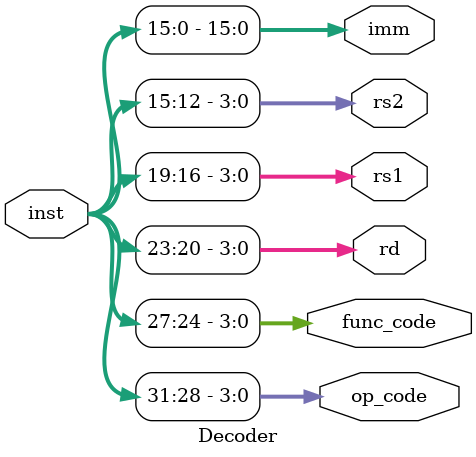
<source format=v>
module Decoder(inst, op_code, func_code, rd, rs1, rs2, imm);
      parameter bitwidth=32;
      input[bitwidth-1:0] inst;
      output[3:0] op_code,func_code,rd,rs1,rs2;
      reg[3:0] op_code,func_code,rd,rs1,rs2;
      output[15:0] imm;
      reg[15:0] imm;
      always @(inst) 
      begin
         op_code = inst[31:28];
         func_code = inst[27:24];
         rd  = inst[23:20];
         rs1 = inst[19:16];
         rs2 = inst[15:12];
         imm = inst[15:0];
      end
endmodule

</source>
